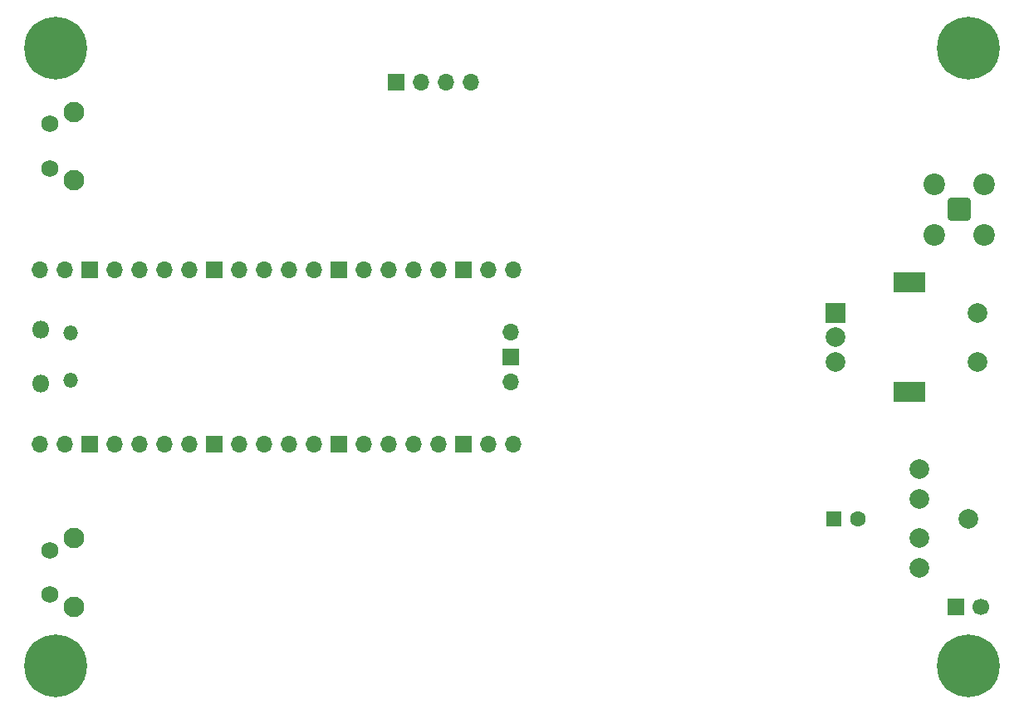
<source format=gbr>
G04 #@! TF.GenerationSoftware,KiCad,Pcbnew,9.0.6*
G04 #@! TF.CreationDate,2025-12-21T12:29:53+08:00*
G04 #@! TF.ProjectId,pico_rx,7069636f-5f72-4782-9e6b-696361645f70,rev?*
G04 #@! TF.SameCoordinates,Original*
G04 #@! TF.FileFunction,Soldermask,Bot*
G04 #@! TF.FilePolarity,Negative*
%FSLAX46Y46*%
G04 Gerber Fmt 4.6, Leading zero omitted, Abs format (unit mm)*
G04 Created by KiCad (PCBNEW 9.0.6) date 2025-12-21 12:29:53*
%MOMM*%
%LPD*%
G01*
G04 APERTURE LIST*
G04 Aperture macros list*
%AMRoundRect*
0 Rectangle with rounded corners*
0 $1 Rounding radius*
0 $2 $3 $4 $5 $6 $7 $8 $9 X,Y pos of 4 corners*
0 Add a 4 corners polygon primitive as box body*
4,1,4,$2,$3,$4,$5,$6,$7,$8,$9,$2,$3,0*
0 Add four circle primitives for the rounded corners*
1,1,$1+$1,$2,$3*
1,1,$1+$1,$4,$5*
1,1,$1+$1,$6,$7*
1,1,$1+$1,$8,$9*
0 Add four rect primitives between the rounded corners*
20,1,$1+$1,$2,$3,$4,$5,0*
20,1,$1+$1,$4,$5,$6,$7,0*
20,1,$1+$1,$6,$7,$8,$9,0*
20,1,$1+$1,$8,$9,$2,$3,0*%
G04 Aperture macros list end*
%ADD10C,2.000000*%
%ADD11R,1.700000X1.700000*%
%ADD12O,1.700000X1.700000*%
%ADD13C,6.400000*%
%ADD14C,2.100000*%
%ADD15C,1.750000*%
%ADD16O,1.800000X1.800000*%
%ADD17O,1.500000X1.500000*%
%ADD18RoundRect,0.200100X-0.949900X0.949900X-0.949900X-0.949900X0.949900X-0.949900X0.949900X0.949900X0*%
%ADD19C,2.200000*%
%ADD20RoundRect,0.250000X-0.550000X-0.550000X0.550000X-0.550000X0.550000X0.550000X-0.550000X0.550000X0*%
%ADD21C,1.600000*%
%ADD22R,2.000000X2.000000*%
%ADD23R,3.200000X2.000000*%
%ADD24C,1.700000*%
G04 APERTURE END LIST*
D10*
X174600000Y-130460000D03*
X169600000Y-135460000D03*
X169600000Y-132460000D03*
X169600000Y-125460000D03*
X169600000Y-128460000D03*
D11*
X116290000Y-85960000D03*
D12*
X118830000Y-85960000D03*
X121370000Y-85960000D03*
X123910000Y-85960000D03*
D13*
X174600000Y-82460000D03*
D14*
X83452500Y-95985000D03*
X83452500Y-88975000D03*
D15*
X80962500Y-94735000D03*
X80962500Y-90235000D03*
D16*
X80100000Y-116685000D03*
D17*
X83130000Y-116385000D03*
X83130000Y-111535000D03*
D16*
X80100000Y-111235000D03*
D12*
X79970000Y-122850000D03*
X82510000Y-122850000D03*
D11*
X85050000Y-122850000D03*
D12*
X87590000Y-122850000D03*
X90130000Y-122850000D03*
X92670000Y-122850000D03*
X95210000Y-122850000D03*
D11*
X97750000Y-122850000D03*
D12*
X100290000Y-122850000D03*
X102830000Y-122850000D03*
X105370000Y-122850000D03*
X107910000Y-122850000D03*
D11*
X110450000Y-122850000D03*
D12*
X112990000Y-122850000D03*
X115530000Y-122850000D03*
X118070000Y-122850000D03*
X120610000Y-122850000D03*
D11*
X123150000Y-122850000D03*
D12*
X125690000Y-122850000D03*
X128230000Y-122850000D03*
X128230000Y-105070000D03*
X125690000Y-105070000D03*
D11*
X123150000Y-105070000D03*
D12*
X120610000Y-105070000D03*
X118070000Y-105070000D03*
X115530000Y-105070000D03*
X112990000Y-105070000D03*
D11*
X110450000Y-105070000D03*
D12*
X107910000Y-105070000D03*
X105370000Y-105070000D03*
X102830000Y-105070000D03*
X100290000Y-105070000D03*
D11*
X97750000Y-105070000D03*
D12*
X95210000Y-105070000D03*
X92670000Y-105070000D03*
X90130000Y-105070000D03*
X87590000Y-105070000D03*
D11*
X85050000Y-105070000D03*
D12*
X82510000Y-105070000D03*
X79970000Y-105070000D03*
X128000000Y-116500000D03*
D11*
X128000000Y-113960000D03*
D12*
X128000000Y-111420000D03*
D18*
X173675000Y-98960000D03*
D19*
X176225000Y-96410000D03*
X171125000Y-96410000D03*
X176225000Y-101510000D03*
X171125000Y-101510000D03*
D14*
X83452500Y-139485000D03*
X83452500Y-132475000D03*
D15*
X80962500Y-138235000D03*
X80962500Y-133735000D03*
D20*
X160894888Y-130460000D03*
D21*
X163394888Y-130460000D03*
D13*
X81600000Y-82460000D03*
D22*
X161100000Y-109460000D03*
D10*
X161100000Y-114460000D03*
X161100000Y-111960000D03*
D23*
X168600000Y-106360000D03*
X168600000Y-117560000D03*
D10*
X175600000Y-114460000D03*
X175600000Y-109460000D03*
D11*
X173325000Y-139460000D03*
D24*
X175865000Y-139460000D03*
D13*
X174600000Y-145460000D03*
X81600000Y-145460000D03*
M02*

</source>
